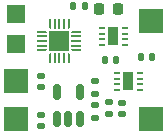
<source format=gbr>
%TF.GenerationSoftware,KiCad,Pcbnew,(6.0.5)*%
%TF.CreationDate,2023-01-22T23:41:32+00:00*%
%TF.ProjectId,TinyDrive,54696e79-4472-4697-9665-2e6b69636164,rev?*%
%TF.SameCoordinates,Original*%
%TF.FileFunction,Soldermask,Top*%
%TF.FilePolarity,Negative*%
%FSLAX46Y46*%
G04 Gerber Fmt 4.6, Leading zero omitted, Abs format (unit mm)*
G04 Created by KiCad (PCBNEW (6.0.5)) date 2023-01-22 23:41:32*
%MOMM*%
%LPD*%
G01*
G04 APERTURE LIST*
G04 Aperture macros list*
%AMRoundRect*
0 Rectangle with rounded corners*
0 $1 Rounding radius*
0 $2 $3 $4 $5 $6 $7 $8 $9 X,Y pos of 4 corners*
0 Add a 4 corners polygon primitive as box body*
4,1,4,$2,$3,$4,$5,$6,$7,$8,$9,$2,$3,0*
0 Add four circle primitives for the rounded corners*
1,1,$1+$1,$2,$3*
1,1,$1+$1,$4,$5*
1,1,$1+$1,$6,$7*
1,1,$1+$1,$8,$9*
0 Add four rect primitives between the rounded corners*
20,1,$1+$1,$2,$3,$4,$5,0*
20,1,$1+$1,$4,$5,$6,$7,0*
20,1,$1+$1,$6,$7,$8,$9,0*
20,1,$1+$1,$8,$9,$2,$3,0*%
%AMFreePoly0*
4,1,14,0.334644,0.085355,0.385355,0.034644,0.400000,-0.000711,0.400000,-0.050000,0.385355,-0.085355,0.350000,-0.100000,-0.350000,-0.100000,-0.385355,-0.085355,-0.400000,-0.050000,-0.400000,0.050000,-0.385355,0.085355,-0.350000,0.100000,0.299289,0.100000,0.334644,0.085355,0.334644,0.085355,$1*%
%AMFreePoly1*
4,1,15,0.385355,0.085355,0.400000,0.050000,0.400000,0.000711,0.399705,0.000000,0.385355,-0.034644,0.334644,-0.085355,0.299289,-0.100000,-0.350000,-0.100000,-0.385355,-0.085355,-0.400000,-0.050000,-0.400000,0.050000,-0.385355,0.085355,-0.350000,0.100000,0.350000,0.100000,0.385355,0.085355,0.385355,0.085355,$1*%
%AMFreePoly2*
4,1,14,0.085355,0.385355,0.100000,0.350000,0.100000,-0.350000,0.085355,-0.385355,0.050000,-0.400000,-0.050000,-0.400000,-0.085355,-0.385355,-0.100000,-0.350000,-0.100000,0.299289,-0.085355,0.334644,-0.034644,0.385355,0.000711,0.400000,0.050000,0.400000,0.085355,0.385355,0.085355,0.385355,$1*%
%AMFreePoly3*
4,1,14,0.034644,0.385355,0.085355,0.334644,0.100000,0.299289,0.100000,-0.350000,0.085355,-0.385355,0.050000,-0.400000,-0.050000,-0.400000,-0.085355,-0.385355,-0.100000,-0.350000,-0.100000,0.350000,-0.085355,0.385355,-0.050000,0.400000,-0.000711,0.400000,0.034644,0.385355,0.034644,0.385355,$1*%
%AMFreePoly4*
4,1,14,0.385355,0.085355,0.400000,0.050000,0.400000,-0.050000,0.385355,-0.085355,0.350000,-0.100000,-0.299289,-0.100000,-0.334644,-0.085355,-0.385355,-0.034644,-0.400000,0.000711,-0.400000,0.050000,-0.385355,0.085355,-0.350000,0.100000,0.350000,0.100000,0.385355,0.085355,0.385355,0.085355,$1*%
%AMFreePoly5*
4,1,14,0.385355,0.085355,0.400000,0.050000,0.400000,-0.050000,0.385355,-0.085355,0.350000,-0.100000,-0.350000,-0.100000,-0.385355,-0.085355,-0.400000,-0.050000,-0.400000,-0.000711,-0.385355,0.034644,-0.334644,0.085355,-0.299289,0.100000,0.350000,0.100000,0.385355,0.085355,0.385355,0.085355,$1*%
%AMFreePoly6*
4,1,15,0.085355,0.385355,0.100000,0.350000,0.100000,-0.299289,0.099705,-0.300000,0.085355,-0.334644,0.034644,-0.385355,-0.000711,-0.400000,-0.050000,-0.400000,-0.085355,-0.385355,-0.100000,-0.350000,-0.100000,0.350000,-0.085355,0.385355,-0.050000,0.400000,0.050000,0.400000,0.085355,0.385355,0.085355,0.385355,$1*%
%AMFreePoly7*
4,1,14,0.085355,0.385355,0.100000,0.350000,0.100000,-0.350000,0.085355,-0.385355,0.050000,-0.400000,0.000711,-0.400000,-0.034644,-0.385355,-0.085355,-0.334644,-0.100000,-0.299289,-0.100000,0.350000,-0.085355,0.385355,-0.050000,0.400000,0.050000,0.400000,0.085355,0.385355,0.085355,0.385355,$1*%
G04 Aperture macros list end*
%ADD10RoundRect,0.140000X0.170000X-0.140000X0.170000X0.140000X-0.170000X0.140000X-0.170000X-0.140000X0*%
%ADD11RoundRect,0.150000X0.150000X-0.512500X0.150000X0.512500X-0.150000X0.512500X-0.150000X-0.512500X0*%
%ADD12FreePoly0,0.000000*%
%ADD13RoundRect,0.050000X-0.350000X-0.050000X0.350000X-0.050000X0.350000X0.050000X-0.350000X0.050000X0*%
%ADD14FreePoly1,0.000000*%
%ADD15FreePoly2,0.000000*%
%ADD16RoundRect,0.050000X-0.050000X-0.350000X0.050000X-0.350000X0.050000X0.350000X-0.050000X0.350000X0*%
%ADD17FreePoly3,0.000000*%
%ADD18FreePoly4,0.000000*%
%ADD19FreePoly5,0.000000*%
%ADD20FreePoly6,0.000000*%
%ADD21FreePoly7,0.000000*%
%ADD22R,1.700000X1.700000*%
%ADD23RoundRect,0.135000X0.185000X-0.135000X0.185000X0.135000X-0.185000X0.135000X-0.185000X-0.135000X0*%
%ADD24R,2.000000X2.000000*%
%ADD25R,1.500000X1.500000*%
%ADD26RoundRect,0.140000X-0.170000X0.140000X-0.170000X-0.140000X0.170000X-0.140000X0.170000X0.140000X0*%
%ADD27RoundRect,0.135000X-0.135000X-0.185000X0.135000X-0.185000X0.135000X0.185000X-0.135000X0.185000X0*%
%ADD28RoundRect,0.218750X0.218750X0.256250X-0.218750X0.256250X-0.218750X-0.256250X0.218750X-0.256250X0*%
%ADD29RoundRect,0.140000X-0.140000X-0.170000X0.140000X-0.170000X0.140000X0.170000X-0.140000X0.170000X0*%
%ADD30R,0.500000X0.250000*%
%ADD31R,0.900000X1.600000*%
G04 APERTURE END LIST*
D10*
%TO.C,C2*%
X94234000Y-91412000D03*
X94234000Y-90452000D03*
%TD*%
D11*
%TO.C,U1*%
X95570000Y-90799500D03*
X96520000Y-90799500D03*
X97470000Y-90799500D03*
X97470000Y-88524500D03*
X95570000Y-88524500D03*
%TD*%
D10*
%TO.C,C1*%
X94234000Y-88110000D03*
X94234000Y-87150000D03*
%TD*%
D12*
%TO.C,U2*%
X94308000Y-83401000D03*
D13*
X94308000Y-83801000D03*
X94308000Y-84201000D03*
X94308000Y-84601000D03*
D14*
X94308000Y-85001000D03*
D15*
X94958000Y-85651000D03*
D16*
X95358000Y-85651000D03*
X95758000Y-85651000D03*
X96158000Y-85651000D03*
D17*
X96558000Y-85651000D03*
D18*
X97208000Y-85001000D03*
D13*
X97208000Y-84601000D03*
X97208000Y-84201000D03*
X97208000Y-83801000D03*
D19*
X97208000Y-83401000D03*
D20*
X96558000Y-82751000D03*
D16*
X96158000Y-82751000D03*
X95758000Y-82751000D03*
X95358000Y-82751000D03*
D21*
X94958000Y-82751000D03*
D22*
X95758000Y-84201000D03*
%TD*%
D23*
%TO.C,R3*%
X98806000Y-88648000D03*
X98806000Y-87628000D03*
%TD*%
D24*
%TO.C,TP1*%
X92075000Y-87630000D03*
%TD*%
D25*
%TO.C,TP10*%
X92075000Y-81915000D03*
%TD*%
D26*
%TO.C,C9*%
X101092000Y-89436000D03*
X101092000Y-90396000D03*
%TD*%
D27*
%TO.C,R1*%
X96899000Y-81280000D03*
X97919000Y-81280000D03*
%TD*%
D24*
%TO.C,TP12*%
X103505000Y-90805000D03*
%TD*%
D23*
%TO.C,R2*%
X98806000Y-89660000D03*
X98806000Y-90680000D03*
%TD*%
D28*
%TO.C,D1*%
X100736500Y-81534000D03*
X99161500Y-81534000D03*
%TD*%
D24*
%TO.C,TP2*%
X92075000Y-90805000D03*
%TD*%
D29*
%TO.C,C8*%
X102644000Y-85598000D03*
X103604000Y-85598000D03*
%TD*%
D30*
%TO.C,U3*%
X101280000Y-84570000D03*
X101280000Y-84070000D03*
X101280000Y-83570000D03*
X101280000Y-83070000D03*
X99380000Y-83070000D03*
X99380000Y-83570000D03*
X99380000Y-84070000D03*
X99380000Y-84570000D03*
D31*
X100330000Y-83820000D03*
%TD*%
D24*
%TO.C,TP16*%
X103505000Y-82550000D03*
%TD*%
D26*
%TO.C,C6*%
X99949000Y-89408000D03*
X99949000Y-90368000D03*
%TD*%
D29*
%TO.C,C5*%
X99596000Y-85852000D03*
X100556000Y-85852000D03*
%TD*%
D30*
%TO.C,U4*%
X102550000Y-88380000D03*
X102550000Y-87880000D03*
X102550000Y-87380000D03*
X102550000Y-86880000D03*
X100650000Y-86880000D03*
X100650000Y-87380000D03*
X100650000Y-87880000D03*
X100650000Y-88380000D03*
D31*
X101600000Y-87630000D03*
%TD*%
D25*
%TO.C,TP6*%
X92075000Y-84455000D03*
%TD*%
M02*

</source>
